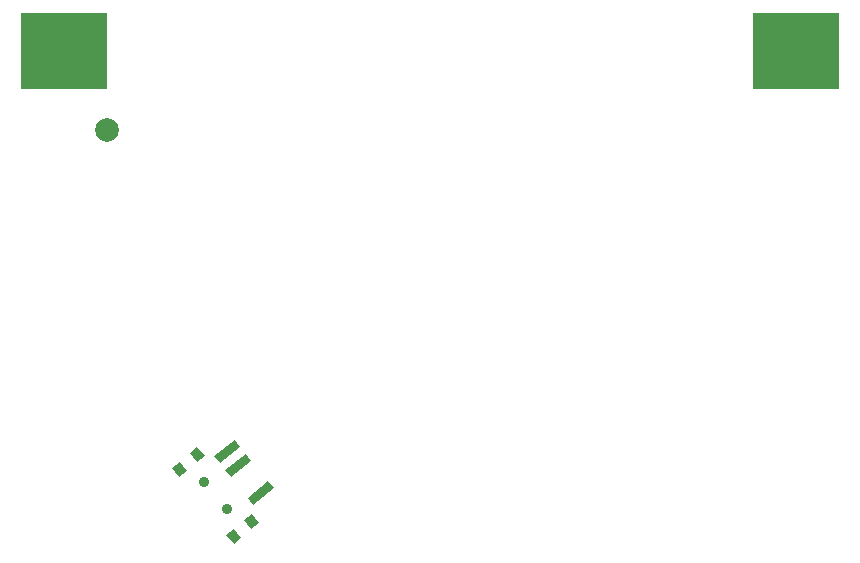
<source format=gbr>
G04 EAGLE Gerber RS-274X export*
G75*
%MOMM*%
%FSLAX34Y34*%
%LPD*%
%INSoldermask Bottom*%
%IPPOS*%
%AMOC8*
5,1,8,0,0,1.08239X$1,22.5*%
G01*
%ADD10R,7.300000X6.400000*%
%ADD11C,2.000000*%
%ADD12R,2.209800X0.762000*%
%ADD13C,0.889000*%
%ADD14R,0.812800X0.990600*%


D10*
X320450Y-2379350D03*
X-300050Y-2379350D03*
D11*
X-263398Y-2446406D03*
D12*
G36*
X-150529Y-2714909D02*
X-167701Y-2728815D01*
X-172497Y-2722893D01*
X-155325Y-2708987D01*
X-150529Y-2714909D01*
G37*
G36*
X-141089Y-2726566D02*
X-158261Y-2740472D01*
X-163057Y-2734550D01*
X-145885Y-2720644D01*
X-141089Y-2726566D01*
G37*
G36*
X-122209Y-2749880D02*
X-139381Y-2763786D01*
X-144177Y-2757864D01*
X-127005Y-2743958D01*
X-122209Y-2749880D01*
G37*
D13*
X-162010Y-2767557D03*
X-180890Y-2744243D03*
D14*
G36*
X-149704Y-2791630D02*
X-156020Y-2796745D01*
X-162254Y-2789048D01*
X-155938Y-2783933D01*
X-149704Y-2791630D01*
G37*
G36*
X-134705Y-2779484D02*
X-141021Y-2784599D01*
X-147255Y-2776902D01*
X-140939Y-2771787D01*
X-134705Y-2779484D01*
G37*
G36*
X-195645Y-2734898D02*
X-201961Y-2740013D01*
X-208195Y-2732316D01*
X-201879Y-2727201D01*
X-195645Y-2734898D01*
G37*
G36*
X-180646Y-2722752D02*
X-186962Y-2727867D01*
X-193196Y-2720170D01*
X-186880Y-2715055D01*
X-180646Y-2722752D01*
G37*
M02*

</source>
